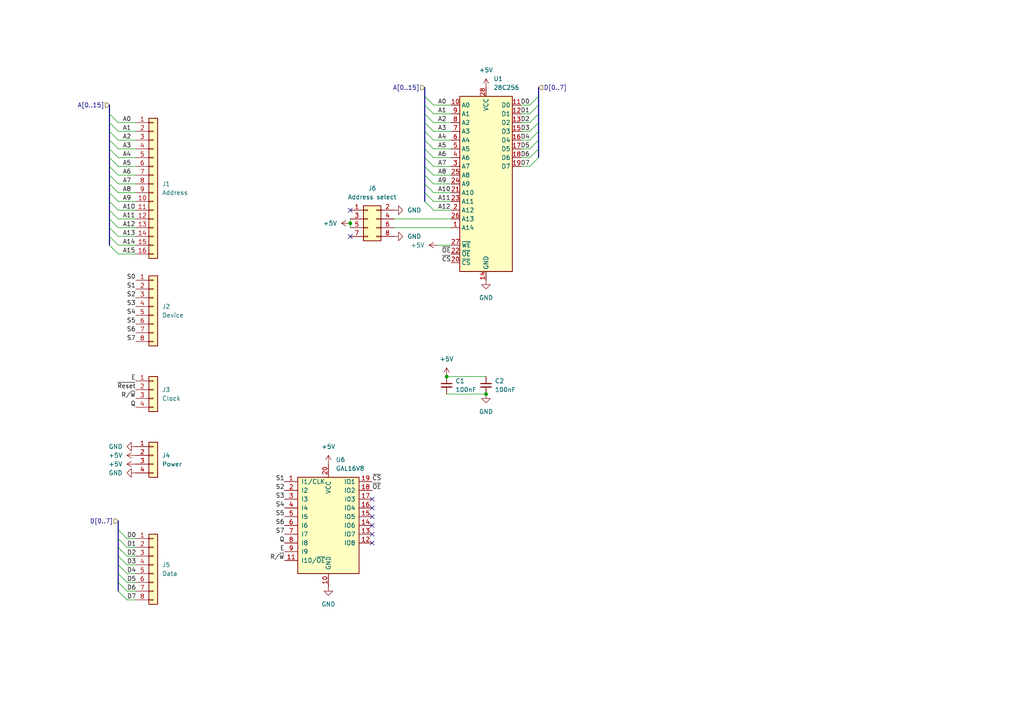
<source format=kicad_sch>
(kicad_sch (version 20250114) (generator "eeschema") (generator_version "9.0")
  (paper "A4")
  (lib_symbols
    (symbol "Connector_Generic:Conn_01x04" (pin_names (offset 1.016) (hide yes))
      (property "Reference" "J" (at 0 5.08 0))
      (property "Value" "Conn_01x04" (at 0 -7.62 0))
      (symbol "Conn_01x04_1_1"
        (rectangle (start -1.27 3.81) (end 1.27 -6.35) (stroke (width 0.254)) (fill (type background)))
        (rectangle (start -1.27 2.667) (end 0 2.413) (stroke (width 0.1524)))
        (rectangle (start -1.27 0.127) (end 0 -0.127) (stroke (width 0.1524)))
        (rectangle (start -1.27 -2.413) (end 0 -2.667) (stroke (width 0.1524)))
        (rectangle (start -1.27 -4.953) (end 0 -5.207) (stroke (width 0.1524)))
        (pin passive line (at -5.08 2.54 0) (length 3.81) (name "Pin_1") (number "1"))
        (pin passive line (at -5.08 0 0) (length 3.81) (name "Pin_2") (number "2"))
        (pin passive line (at -5.08 -2.54 0) (length 3.81) (name "Pin_3") (number "3"))
        (pin passive line (at -5.08 -5.08 0) (length 3.81) (name "Pin_4") (number "4"))
      )
    )
    (symbol "Connector_Generic:Conn_01x08" (pin_names (offset 1.016) (hide yes))
      (property "Reference" "J" (at 0 10.16 0))
      (property "Value" "Conn_01x08" (at 0 -12.7 0))
      (symbol "Conn_01x08_1_1"
        (rectangle (start -1.27 8.89) (end 1.27 -11.43) (stroke (width 0.254)) (fill (type background)))
        (rectangle (start -1.27 7.747) (end 0 7.493) (stroke (width 0.1524)))
        (rectangle (start -1.27 5.207) (end 0 4.953) (stroke (width 0.1524)))
        (rectangle (start -1.27 2.667) (end 0 2.413) (stroke (width 0.1524)))
        (rectangle (start -1.27 0.127) (end 0 -0.127) (stroke (width 0.1524)))
        (rectangle (start -1.27 -2.413) (end 0 -2.667) (stroke (width 0.1524)))
        (rectangle (start -1.27 -4.953) (end 0 -5.207) (stroke (width 0.1524)))
        (rectangle (start -1.27 -7.493) (end 0 -7.747) (stroke (width 0.1524)))
        (rectangle (start -1.27 -10.033) (end 0 -10.287) (stroke (width 0.1524)))
        (pin passive line (at -5.08 7.62 0) (length 3.81) (name "Pin_1") (number "1"))
        (pin passive line (at -5.08 5.08 0) (length 3.81) (name "Pin_2") (number "2"))
        (pin passive line (at -5.08 2.54 0) (length 3.81) (name "Pin_3") (number "3"))
        (pin passive line (at -5.08 0 0) (length 3.81) (name "Pin_4") (number "4"))
        (pin passive line (at -5.08 -2.54 0) (length 3.81) (name "Pin_5") (number "5"))
        (pin passive line (at -5.08 -5.08 0) (length 3.81) (name "Pin_6") (number "6"))
        (pin passive line (at -5.08 -7.62 0) (length 3.81) (name "Pin_7") (number "7"))
        (pin passive line (at -5.08 -10.16 0) (length 3.81) (name "Pin_8") (number "8"))
      )
    )
    (symbol "Connector_Generic:Conn_01x16" (pin_names (offset 1.016) (hide yes))
      (property "Reference" "J" (at 0 20.32 0))
      (property "Value" "Conn_01x16" (at 0 -22.86 0))
      (symbol "Conn_01x16_1_1"
        (rectangle (start -1.27 19.05) (end 1.27 -21.59) (stroke (width 0.254)) (fill (type background)))
        (rectangle (start -1.27 17.907) (end 0 17.653) (stroke (width 0.1524)))
        (rectangle (start -1.27 15.367) (end 0 15.113) (stroke (width 0.1524)))
        (rectangle (start -1.27 12.827) (end 0 12.573) (stroke (width 0.1524)))
        (rectangle (start -1.27 10.287) (end 0 10.033) (stroke (width 0.1524)))
        (rectangle (start -1.27 7.747) (end 0 7.493) (stroke (width 0.1524)))
        (rectangle (start -1.27 5.207) (end 0 4.953) (stroke (width 0.1524)))
        (rectangle (start -1.27 2.667) (end 0 2.413) (stroke (width 0.1524)))
        (rectangle (start -1.27 0.127) (end 0 -0.127) (stroke (width 0.1524)))
        (rectangle (start -1.27 -2.413) (end 0 -2.667) (stroke (width 0.1524)))
        (rectangle (start -1.27 -4.953) (end 0 -5.207) (stroke (width 0.1524)))
        (rectangle (start -1.27 -7.493) (end 0 -7.747) (stroke (width 0.1524)))
        (rectangle (start -1.27 -10.033) (end 0 -10.287) (stroke (width 0.1524)))
        (rectangle (start -1.27 -12.573) (end 0 -12.827) (stroke (width 0.1524)))
        (rectangle (start -1.27 -15.113) (end 0 -15.367) (stroke (width 0.1524)))
        (rectangle (start -1.27 -17.653) (end 0 -17.907) (stroke (width 0.1524)))
        (rectangle (start -1.27 -20.193) (end 0 -20.447) (stroke (width 0.1524)))
        (pin passive line (at -5.08 17.78 0) (length 3.81) (name "Pin_1") (number "1"))
        (pin passive line (at -5.08 15.24 0) (length 3.81) (name "Pin_2") (number "2"))
        (pin passive line (at -5.08 12.7 0) (length 3.81) (name "Pin_3") (number "3"))
        (pin passive line (at -5.08 10.16 0) (length 3.81) (name "Pin_4") (number "4"))
        (pin passive line (at -5.08 7.62 0) (length 3.81) (name "Pin_5") (number "5"))
        (pin passive line (at -5.08 5.08 0) (length 3.81) (name "Pin_6") (number "6"))
        (pin passive line (at -5.08 2.54 0) (length 3.81) (name "Pin_7") (number "7"))
        (pin passive line (at -5.08 0 0) (length 3.81) (name "Pin_8") (number "8"))
        (pin passive line (at -5.08 -2.54 0) (length 3.81) (name "Pin_9") (number "9"))
        (pin passive line (at -5.08 -5.08 0) (length 3.81) (name "Pin_10") (number "10"))
        (pin passive line (at -5.08 -7.62 0) (length 3.81) (name "Pin_11") (number "11"))
        (pin passive line (at -5.08 -10.16 0) (length 3.81) (name "Pin_12") (number "12"))
        (pin passive line (at -5.08 -12.7 0) (length 3.81) (name "Pin_13") (number "13"))
        (pin passive line (at -5.08 -15.24 0) (length 3.81) (name "Pin_14") (number "14"))
        (pin passive line (at -5.08 -17.78 0) (length 3.81) (name "Pin_15") (number "15"))
        (pin passive line (at -5.08 -20.32 0) (length 3.81) (name "Pin_16") (number "16"))
      )
    )
    (symbol "Connector_Generic:Conn_02x04_Odd_Even" (pin_names (offset 1.016) (hide yes))
      (property "Reference" "J" (at 1.27 5.08 0))
      (property "Value" "Conn_02x04_Odd_Even" (at 1.27 -7.62 0))
      (symbol "Conn_02x04_Odd_Even_1_1"
        (rectangle (start -1.27 3.81) (end 3.81 -6.35) (stroke (width 0.254)) (fill (type background)))
        (rectangle (start -1.27 2.667) (end 0 2.413) (stroke (width 0.1524)))
        (rectangle (start -1.27 0.127) (end 0 -0.127) (stroke (width 0.1524)))
        (rectangle (start -1.27 -2.413) (end 0 -2.667) (stroke (width 0.1524)))
        (rectangle (start -1.27 -4.953) (end 0 -5.207) (stroke (width 0.1524)))
        (rectangle (start 3.81 2.667) (end 2.54 2.413) (stroke (width 0.1524)))
        (rectangle (start 3.81 0.127) (end 2.54 -0.127) (stroke (width 0.1524)))
        (rectangle (start 3.81 -2.413) (end 2.54 -2.667) (stroke (width 0.1524)))
        (rectangle (start 3.81 -4.953) (end 2.54 -5.207) (stroke (width 0.1524)))
        (pin passive line (at -5.08 2.54 0) (length 3.81) (name "Pin_1") (number "1"))
        (pin passive line (at -5.08 0 0) (length 3.81) (name "Pin_3") (number "3"))
        (pin passive line (at -5.08 -2.54 0) (length 3.81) (name "Pin_5") (number "5"))
        (pin passive line (at -5.08 -5.08 0) (length 3.81) (name "Pin_7") (number "7"))
        (pin passive line (at 7.62 2.54 180) (length 3.81) (name "Pin_2") (number "2"))
        (pin passive line (at 7.62 0 180) (length 3.81) (name "Pin_4") (number "4"))
        (pin passive line (at 7.62 -2.54 180) (length 3.81) (name "Pin_6") (number "6"))
        (pin passive line (at 7.62 -5.08 180) (length 3.81) (name "Pin_8") (number "8"))
      )
    )
    (symbol "Device:C_Small" (pin_numbers (hide yes)) (pin_names (offset 0.254) (hide yes))
      (property "Reference" "C" (at 0.254 1.778 0))
      (property "Value" "C_Small" (at 0.254 -2.032 0))
      (symbol "C_Small_0_1"
        (polyline (pts (xy -1.524 0.508) (xy 1.524 0.508)) (stroke (width 0.3048)))
        (polyline (pts (xy -1.524 -0.508) (xy 1.524 -0.508)) (stroke (width 0.3302)))
      )
      (symbol "C_Small_1_1"
        (pin passive line (at 0 2.54 270) (length 2.032) (name "~") (number "1"))
        (pin passive line (at 0 -2.54 90) (length 2.032) (name "~") (number "2"))
      )
    )
    (symbol "Logic_Programmable:GAL16V8" (pin_names (offset 1.016))
      (property "Reference" "U" (at -8.89 16.51 0))
      (property "Value" "GAL16V8" (at 1.27 16.51 0))
      (symbol "GAL16V8_0_0"
        (pin power_in line (at 0 17.78 270) (length 3.81) (name "VCC") (number "20"))
        (pin power_in line (at 0 -17.78 90) (length 3.81) (name "GND") (number "10"))
      )
      (symbol "GAL16V8_0_1"
        (rectangle (start -8.89 13.97) (end 8.89 -13.97) (stroke (width 0.254)) (fill (type background)))
      )
      (symbol "GAL16V8_1_1"
        (pin input line (at -12.7 12.7 0) (length 3.81) (name "I1/CLK") (number "1"))
        (pin input line (at -12.7 10.16 0) (length 3.81) (name "I2") (number "2"))
        (pin input line (at -12.7 7.62 0) (length 3.81) (name "I3") (number "3"))
        (pin input line (at -12.7 5.08 0) (length 3.81) (name "I4") (number "4"))
        (pin input line (at -12.7 2.54 0) (length 3.81) (name "I5") (number "5"))
        (pin input line (at -12.7 0 0) (length 3.81) (name "I6") (number "6"))
        (pin input line (at -12.7 -2.54 0) (length 3.81) (name "I7") (number "7"))
        (pin input line (at -12.7 -5.08 0) (length 3.81) (name "I8") (number "8"))
        (pin input line (at -12.7 -7.62 0) (length 3.81) (name "I9") (number "9"))
        (pin input line (at -12.7 -10.16 0) (length 3.81) (name "I10/~{OE}") (number "11"))
        (pin tri_state line (at 12.7 12.7 180) (length 3.81) (name "IO1") (number "19"))
        (pin tri_state line (at 12.7 10.16 180) (length 3.81) (name "IO2") (number "18"))
        (pin tri_state line (at 12.7 7.62 180) (length 3.81) (name "I03") (number "17"))
        (pin tri_state line (at 12.7 5.08 180) (length 3.81) (name "IO4") (number "16"))
        (pin tri_state line (at 12.7 2.54 180) (length 3.81) (name "IO5") (number "15"))
        (pin tri_state line (at 12.7 0 180) (length 3.81) (name "IO6") (number "14"))
        (pin tri_state line (at 12.7 -2.54 180) (length 3.81) (name "IO7") (number "13"))
        (pin tri_state line (at 12.7 -5.08 180) (length 3.81) (name "IO8") (number "12"))
      )
    )
    (symbol "Memory_EEPROM:28C256"
      (property "Reference" "U" (at -7.62 26.67 0))
      (property "Value" "28C256" (at 2.54 -26.67 0))
      (symbol "28C256_1_1"
        (rectangle (start -7.62 25.4) (end 7.62 -25.4) (stroke (width 0.254)) (fill (type background)))
        (pin input line (at -10.16 22.86 0) (length 2.54) (name "A0") (number "10"))
        (pin input line (at -10.16 20.32 0) (length 2.54) (name "A1") (number "9"))
        (pin input line (at -10.16 17.78 0) (length 2.54) (name "A2") (number "8"))
        (pin input line (at -10.16 15.24 0) (length 2.54) (name "A3") (number "7"))
        (pin input line (at -10.16 12.7 0) (length 2.54) (name "A4") (number "6"))
        (pin input line (at -10.16 10.16 0) (length 2.54) (name "A5") (number "5"))
        (pin input line (at -10.16 7.62 0) (length 2.54) (name "A6") (number "4"))
        (pin input line (at -10.16 5.08 0) (length 2.54) (name "A7") (number "3"))
        (pin input line (at -10.16 2.54 0) (length 2.54) (name "A8") (number "25"))
        (pin input line (at -10.16 0 0) (length 2.54) (name "A9") (number "24"))
        (pin input line (at -10.16 -2.54 0) (length 2.54) (name "A10") (number "21"))
        (pin input line (at -10.16 -5.08 0) (length 2.54) (name "A11") (number "23"))
        (pin input line (at -10.16 -7.62 0) (length 2.54) (name "A12") (number "2"))
        (pin input line (at -10.16 -10.16 0) (length 2.54) (name "A13") (number "26"))
        (pin input line (at -10.16 -12.7 0) (length 2.54) (name "A14") (number "1"))
        (pin input line (at -10.16 -17.78 0) (length 2.54) (name "~{WE}") (number "27"))
        (pin input line (at -10.16 -20.32 0) (length 2.54) (name "~{OE}") (number "22"))
        (pin input line (at -10.16 -22.86 0) (length 2.54) (name "~{CS}") (number "20"))
        (pin power_in line (at 0 27.94 270) (length 2.54) (name "VCC") (number "28"))
        (pin power_in line (at 0 -27.94 90) (length 2.54) (name "GND") (number "14"))
        (pin tri_state line (at 10.16 22.86 180) (length 2.54) (name "D0") (number "11"))
        (pin tri_state line (at 10.16 20.32 180) (length 2.54) (name "D1") (number "12"))
        (pin tri_state line (at 10.16 17.78 180) (length 2.54) (name "D2") (number "13"))
        (pin tri_state line (at 10.16 15.24 180) (length 2.54) (name "D3") (number "15"))
        (pin tri_state line (at 10.16 12.7 180) (length 2.54) (name "D4") (number "16"))
        (pin tri_state line (at 10.16 10.16 180) (length 2.54) (name "D5") (number "17"))
        (pin tri_state line (at 10.16 7.62 180) (length 2.54) (name "D6") (number "18"))
        (pin tri_state line (at 10.16 5.08 180) (length 2.54) (name "D7") (number "19"))
      )
    )
    (symbol "power:+5V" (power) (pin_numbers (hide yes)) (pin_names (offset 0) (hide yes))
      (property "Value" "+5V" (at 0 3.556 0))
      (symbol "+5V_0_1"
        (polyline (pts (xy -0.762 1.27) (xy 0 2.54)))
        (polyline (pts (xy 0 2.54) (xy 0.762 1.27)))
        (polyline (pts (xy 0 0) (xy 0 2.54)))
      )
      (symbol "+5V_1_1"
        (pin power_in line (at 0 0 90) (length 0) (name "~") (number "1"))
      )
    )
    (symbol "power:GND" (power) (pin_numbers (hide yes)) (pin_names (offset 0) (hide yes))
      (property "Value" "GND" (at 0 -3.81 0))
      (symbol "GND_0_1"
        (polyline (pts (xy 0 0) (xy 0 -1.27) (xy 1.27 -1.27) (xy 0 -2.54) (xy -1.27 -1.27) (xy 0 -1.27)))
      )
      (symbol "GND_1_1"
        (pin power_in line (at 0 0 270) (length 0) (name "~") (number "1"))
      )
    )
  )
  (junction (at 129.54 109.22))
  (junction (at 101.6 64.77))
  (junction (at 140.97 114.3))
  (no_connect (at 107.95 152.4))
  (no_connect (at 101.6 60.96))
  (no_connect (at 107.95 154.94))
  (no_connect (at 107.95 144.78))
  (no_connect (at 107.95 149.86))
  (no_connect (at 107.95 147.32))
  (no_connect (at 107.95 157.48))
  (no_connect (at 101.6 68.58))
  (bus_entry (at 34.29 158.75) (size 2.54 2.54))
  (bus_entry (at 31.75 71.12) (size 2.54 2.54))
  (bus_entry (at 156.21 30.48) (size -2.54 2.54))
  (bus_entry (at 123.19 53.34) (size 2.54 2.54))
  (bus_entry (at 31.75 43.18) (size 2.54 2.54))
  (bus_entry (at 31.75 33.02) (size 2.54 2.54))
  (bus_entry (at 156.21 45.72) (size -2.54 2.54))
  (bus_entry (at 31.75 63.5) (size 2.54 2.54))
  (bus_entry (at 31.75 50.8) (size 2.54 2.54))
  (bus_entry (at 31.75 40.64) (size 2.54 2.54))
  (bus_entry (at 123.19 35.56) (size 2.54 2.54))
  (bus_entry (at 31.75 66.04) (size 2.54 2.54))
  (bus_entry (at 123.19 48.26) (size 2.54 2.54))
  (bus_entry (at 31.75 58.42) (size 2.54 2.54))
  (bus_entry (at 156.21 35.56) (size -2.54 2.54))
  (bus_entry (at 156.21 33.02) (size -2.54 2.54))
  (bus_entry (at 123.19 38.1) (size 2.54 2.54))
  (bus_entry (at 123.19 33.02) (size 2.54 2.54))
  (bus_entry (at 156.21 38.1) (size -2.54 2.54))
  (bus_entry (at 123.19 58.42) (size 2.54 2.54))
  (bus_entry (at 123.19 55.88) (size 2.54 2.54))
  (bus_entry (at 31.75 45.72) (size 2.54 2.54))
  (bus_entry (at 31.75 60.96) (size 2.54 2.54))
  (bus_entry (at 156.21 43.18) (size -2.54 2.54))
  (bus_entry (at 156.21 27.94) (size -2.54 2.54))
  (bus_entry (at 34.29 168.91) (size 2.54 2.54))
  (bus_entry (at 123.19 43.18) (size 2.54 2.54))
  (bus_entry (at 123.19 30.48) (size 2.54 2.54))
  (bus_entry (at 34.29 153.67) (size 2.54 2.54))
  (bus_entry (at 31.75 38.1) (size 2.54 2.54))
  (bus_entry (at 34.29 171.45) (size 2.54 2.54))
  (bus_entry (at 31.75 68.58) (size 2.54 2.54))
  (bus_entry (at 34.29 161.29) (size 2.54 2.54))
  (bus_entry (at 123.19 27.94) (size 2.54 2.54))
  (bus_entry (at 31.75 55.88) (size 2.54 2.54))
  (bus_entry (at 34.29 163.83) (size 2.54 2.54))
  (bus_entry (at 123.19 50.8) (size 2.54 2.54))
  (bus_entry (at 31.75 35.56) (size 2.54 2.54))
  (bus_entry (at 34.29 156.21) (size 2.54 2.54))
  (bus_entry (at 34.29 166.37) (size 2.54 2.54))
  (bus_entry (at 31.75 48.26) (size 2.54 2.54))
  (bus_entry (at 123.19 40.64) (size 2.54 2.54))
  (bus_entry (at 123.19 45.72) (size 2.54 2.54))
  (bus_entry (at 31.75 53.34) (size 2.54 2.54))
  (bus_entry (at 156.21 40.64) (size -2.54 2.54))
  (bus (pts (xy 34.29 156.21) (xy 34.29 158.75)))
  (wire (pts (xy 130.81 38.1) (xy 125.73 38.1)))
  (wire (pts (xy 130.81 58.42) (xy 125.73 58.42)))
  (bus (pts (xy 156.21 30.48) (xy 156.21 33.02)))
  (wire (pts (xy 34.29 40.64) (xy 39.37 40.64)))
  (wire (pts (xy 125.73 35.56) (xy 130.81 35.56)))
  (bus (pts (xy 123.19 48.26) (xy 123.19 50.8)))
  (wire (pts (xy 39.37 68.58) (xy 34.29 68.58)))
  (wire (pts (xy 39.37 48.26) (xy 34.29 48.26)))
  (bus (pts (xy 156.21 40.64) (xy 156.21 43.18)))
  (bus (pts (xy 34.29 158.75) (xy 34.29 161.29)))
  (bus (pts (xy 156.21 33.02) (xy 156.21 35.56)))
  (bus (pts (xy 31.75 50.8) (xy 31.75 53.34)))
  (bus (pts (xy 31.75 38.1) (xy 31.75 40.64)))
  (wire (pts (xy 39.37 173.99) (xy 36.83 173.99)))
  (wire (pts (xy 125.73 60.96) (xy 130.81 60.96)))
  (wire (pts (xy 125.73 30.48) (xy 130.81 30.48)))
  (bus (pts (xy 123.19 30.48) (xy 123.19 33.02)))
  (bus (pts (xy 123.19 25.4) (xy 123.19 27.94)))
  (wire (pts (xy 101.6 63.5) (xy 101.6 64.77)))
  (wire (pts (xy 36.83 161.29) (xy 39.37 161.29)))
  (wire (pts (xy 34.29 58.42) (xy 39.37 58.42)))
  (wire (pts (xy 34.29 50.8) (xy 39.37 50.8)))
  (wire (pts (xy 151.13 48.26) (xy 153.67 48.26)))
  (wire (pts (xy 129.54 109.22) (xy 140.97 109.22)))
  (wire (pts (xy 125.73 45.72) (xy 130.81 45.72)))
  (wire (pts (xy 39.37 158.75) (xy 36.83 158.75)))
  (wire (pts (xy 34.29 66.04) (xy 39.37 66.04)))
  (wire (pts (xy 151.13 38.1) (xy 153.67 38.1)))
  (bus (pts (xy 31.75 68.58) (xy 31.75 71.12)))
  (bus (pts (xy 31.75 60.96) (xy 31.75 63.5)))
  (bus (pts (xy 156.21 35.56) (xy 156.21 38.1)))
  (wire (pts (xy 114.3 63.5) (xy 130.81 63.5)))
  (wire (pts (xy 153.67 40.64) (xy 151.13 40.64)))
  (bus (pts (xy 31.75 55.88) (xy 31.75 58.42)))
  (bus (pts (xy 31.75 53.34) (xy 31.75 55.88)))
  (bus (pts (xy 123.19 43.18) (xy 123.19 45.72)))
  (bus (pts (xy 31.75 58.42) (xy 31.75 60.96)))
  (bus (pts (xy 31.75 30.48) (xy 31.75 33.02)))
  (bus (pts (xy 123.19 45.72) (xy 123.19 48.26)))
  (bus (pts (xy 123.19 33.02) (xy 123.19 35.56)))
  (bus (pts (xy 123.19 27.94) (xy 123.19 30.48)))
  (bus (pts (xy 34.29 161.29) (xy 34.29 163.83)))
  (wire (pts (xy 130.81 43.18) (xy 125.73 43.18)))
  (wire (pts (xy 125.73 53.34) (xy 130.81 53.34)))
  (bus (pts (xy 34.29 151.13) (xy 34.29 153.67)))
  (bus (pts (xy 31.75 63.5) (xy 31.75 66.04)))
  (wire (pts (xy 39.37 168.91) (xy 36.83 168.91)))
  (wire (pts (xy 151.13 33.02) (xy 153.67 33.02)))
  (wire (pts (xy 34.29 35.56) (xy 39.37 35.56)))
  (bus (pts (xy 156.21 27.94) (xy 156.21 30.48)))
  (wire (pts (xy 130.81 33.02) (xy 125.73 33.02)))
  (wire (pts (xy 101.6 64.77) (xy 101.6 66.04)))
  (wire (pts (xy 39.37 73.66) (xy 34.29 73.66)))
  (bus (pts (xy 156.21 38.1) (xy 156.21 40.64)))
  (wire (pts (xy 129.54 114.3) (xy 140.97 114.3)))
  (bus (pts (xy 123.19 50.8) (xy 123.19 53.34)))
  (wire (pts (xy 34.29 55.88) (xy 39.37 55.88)))
  (wire (pts (xy 125.73 50.8) (xy 130.81 50.8)))
  (wire (pts (xy 39.37 63.5) (xy 34.29 63.5)))
  (bus (pts (xy 31.75 45.72) (xy 31.75 48.26)))
  (bus (pts (xy 31.75 66.04) (xy 31.75 68.58)))
  (wire (pts (xy 36.83 156.21) (xy 39.37 156.21)))
  (wire (pts (xy 114.3 66.04) (xy 130.81 66.04)))
  (bus (pts (xy 156.21 25.4) (xy 156.21 27.94)))
  (wire (pts (xy 153.67 45.72) (xy 151.13 45.72)))
  (bus (pts (xy 31.75 35.56) (xy 31.75 38.1)))
  (wire (pts (xy 125.73 55.88) (xy 130.81 55.88)))
  (wire (pts (xy 39.37 53.34) (xy 34.29 53.34)))
  (wire (pts (xy 151.13 43.18) (xy 153.67 43.18)))
  (bus (pts (xy 123.19 55.88) (xy 123.19 58.42)))
  (wire (pts (xy 34.29 60.96) (xy 39.37 60.96)))
  (bus (pts (xy 156.21 43.18) (xy 156.21 45.72)))
  (wire (pts (xy 125.73 40.64) (xy 130.81 40.64)))
  (wire (pts (xy 153.67 30.48) (xy 151.13 30.48)))
  (bus (pts (xy 31.75 40.64) (xy 31.75 43.18)))
  (wire (pts (xy 39.37 43.18) (xy 34.29 43.18)))
  (wire (pts (xy 34.29 71.12) (xy 39.37 71.12)))
  (bus (pts (xy 123.19 38.1) (xy 123.19 40.64)))
  (bus (pts (xy 123.19 35.56) (xy 123.19 38.1)))
  (wire (pts (xy 36.83 171.45) (xy 39.37 171.45)))
  (bus (pts (xy 34.29 163.83) (xy 34.29 166.37)))
  (bus (pts (xy 34.29 153.67) (xy 34.29 156.21)))
  (bus (pts (xy 31.75 33.02) (xy 31.75 35.56)))
  (bus (pts (xy 34.29 168.91) (xy 34.29 171.45)))
  (wire (pts (xy 153.67 35.56) (xy 151.13 35.56)))
  (bus (pts (xy 31.75 43.18) (xy 31.75 45.72)))
  (wire (pts (xy 130.81 48.26) (xy 125.73 48.26)))
  (wire (pts (xy 39.37 38.1) (xy 34.29 38.1)))
  (wire (pts (xy 36.83 166.37) (xy 39.37 166.37)))
  (bus (pts (xy 123.19 40.64) (xy 123.19 43.18)))
  (wire (pts (xy 39.37 163.83) (xy 36.83 163.83)))
  (bus (pts (xy 123.19 53.34) (xy 123.19 55.88)))
  (wire (pts (xy 127 71.12) (xy 130.81 71.12)))
  (bus (pts (xy 31.75 48.26) (xy 31.75 50.8)))
  (bus (pts (xy 34.29 166.37) (xy 34.29 168.91)))
  (wire (pts (xy 34.29 45.72) (xy 39.37 45.72)))
  (label "~{OE}" (at 130.81 73.66 180))
  (label "A6" (at 127 45.72 0))
  (label "S3" (at 39.37 88.9 180))
  (label "A1" (at 127 33.02 0))
  (label "S3" (at 82.55 144.78 180))
  (label "A4" (at 127 40.64 0))
  (label "A4" (at 35.56 45.72 0))
  (label "D5" (at 153.67 43.18 180))
  (label "~{OE}" (at 107.95 142.24 0))
  (label "S7" (at 39.37 99.06 180))
  (label "D0" (at 153.67 30.48 180))
  (label "E" (at 82.55 160.02 180))
  (label "A7" (at 127 48.26 0))
  (label "A6" (at 35.56 50.8 0))
  (label "A1" (at 35.56 38.1 0))
  (label "D6" (at 153.67 45.72 180))
  (label "D0" (at 36.83 156.21 0))
  (label "D1" (at 153.67 33.02 180))
  (label "S7" (at 82.55 154.94 180))
  (label "A3" (at 35.56 43.18 0))
  (label "D6" (at 36.83 171.45 0))
  (label "E" (at 39.37 110.49 180))
  (label "R{slash}~{W}" (at 82.55 162.56 180))
  (label "Q" (at 39.37 118.11 180))
  (label "D4" (at 153.67 40.64 180))
  (label "A12" (at 35.56 66.04 0))
  (label "A14" (at 35.56 71.12 0))
  (label "D5" (at 36.83 168.91 0))
  (label "Q" (at 82.55 157.48 180))
  (label "A8" (at 127 50.8 0))
  (label "S1" (at 82.55 139.7 180))
  (label "A9" (at 35.56 58.42 0))
  (label "A10" (at 127 55.88 0))
  (label "A5" (at 127 43.18 0))
  (label "A0" (at 35.56 35.56 0))
  (label "A13" (at 35.56 68.58 0))
  (label "D3" (at 36.83 163.83 0))
  (label "S2" (at 39.37 86.36 180))
  (label "A11" (at 127 58.42 0))
  (label "A2" (at 127 35.56 0))
  (label "~{CS}" (at 107.95 139.7 0))
  (label "D4" (at 36.83 166.37 0))
  (label "R{slash}~{W}" (at 39.37 115.57 180))
  (label "D2" (at 153.67 35.56 180))
  (label "~{CS}" (at 130.81 76.2 180))
  (label "D7" (at 153.67 48.26 180))
  (label "D1" (at 36.83 158.75 0))
  (label "S2" (at 82.55 142.24 180))
  (label "A3" (at 127 38.1 0))
  (label "S5" (at 39.37 93.98 180))
  (label "S4" (at 82.55 147.32 180))
  (label "S0" (at 39.37 81.28 180))
  (label "S6" (at 39.37 96.52 180))
  (label "S1" (at 39.37 83.82 180))
  (label "D2" (at 36.83 161.29 0))
  (label "A8" (at 35.56 55.88 0))
  (label "A10" (at 35.56 60.96 0))
  (label "S6" (at 82.55 152.4 180))
  (label "D3" (at 153.67 38.1 180))
  (label "A15" (at 35.56 73.66 0))
  (label "S4" (at 39.37 91.44 180))
  (label "A12" (at 127 60.96 0))
  (label "A0" (at 127 30.48 0))
  (label "D7" (at 36.83 173.99 0))
  (label "A11" (at 35.56 63.5 0))
  (label "A9" (at 127 53.34 0))
  (label "A5" (at 35.56 48.26 0))
  (label "A2" (at 35.56 40.64 0))
  (label "~{Reset}" (at 39.37 113.03 180))
  (label "A7" (at 35.56 53.34 0))
  (label "S5" (at 82.55 149.86 180))
  (hierarchical_label "D[0..7]" (shape input) (at 156.21 25.4 0))
  (hierarchical_label "D[0..7]" (shape input) (at 34.29 151.13 180))
  (hierarchical_label "A[0..15]" (shape input) (at 123.19 25.4 180))
  (hierarchical_label "A[0..15]" (shape input) (at 31.75 30.48 180))
  (symbol (lib_id "Connector_Generic:Conn_01x16") (at 44.45 53.34 0) (unit 1)
    (property "Reference" "J1" (at 46.99 53.3399 0) (effects (justify left)))
    (property "Value" "Address" (at 46.99 55.8799 0) (effects (justify left)))
    (property "Footprint" "Connector_PinHeader_2.54mm:PinHeader_1x16_P2.54mm_Vertical" (effects (hide yes)))
    (property "Description" "Generic connector, single row, 01x16, script generated (kicad-library-utils/schlib/autogen/connector/)" (effects (hide yes)))
  )
  (symbol (lib_id "power:+5V") (at 39.37 134.62 90) (unit 1)
    (property "Reference" "#PWR012" (effects (hide yes)))
    (property "Value" "+5V" (at 35.56 134.6199 90) (effects (justify left)))
    (property "Description" "Power symbol creates a global label with name \"+5V\"" (effects (hide yes)))
  )
  (symbol (lib_id "power:GND") (at 39.37 129.54 270) (mirror x) (unit 1)
    (property "Reference" "#PWR050" (effects (hide yes)))
    (property "Value" "GND" (at 35.56 129.5401 90) (effects (justify right)))
    (property "Description" "Power symbol creates a global label with name \"GND\" , ground" (effects (hide yes)))
  )
  (symbol (lib_id "power:GND") (at 95.25 170.18 0) (unit 1)
    (property "Reference" "#PWR09" (effects (hide yes)))
    (property "Value" "GND" (at 95.25 175.26 0))
    (property "Description" "Power symbol creates a global label with name \"GND\" , ground" (effects (hide yes)))
  )
  (symbol (lib_id "Connector_Generic:Conn_02x04_Odd_Even") (at 106.68 63.5 0) (unit 1)
    (property "Reference" "J6" (at 107.95 54.61 0))
    (property "Value" "Address select" (at 107.95 57.15 0))
    (property "Footprint" "Connector_PinHeader_2.54mm:PinHeader_2x04_P2.54mm_Vertical" (effects (hide yes)))
    (property "Description" "Generic connector, double row, 02x04, odd/even pin numbering scheme (row 1 odd numbers, row 2 even numbers), script generated (kicad-library-utils/schlib/autogen/connector/)" (effects (hide yes)))
  )
  (symbol (lib_id "power:GND") (at 39.37 137.16 270) (unit 1)
    (property "Reference" "#PWR051" (effects (hide yes)))
    (property "Value" "GND" (at 35.56 137.1599 90) (effects (justify right)))
    (property "Description" "Power symbol creates a global label with name \"GND\" , ground" (effects (hide yes)))
  )
  (symbol (lib_id "Device:C_Small") (at 129.54 111.76 0) (unit 1)
    (property "Reference" "C1" (at 132.08 110.4962 0) (effects (justify left)))
    (property "Value" "100nF" (at 132.08 113.0362 0) (effects (justify left)))
    (property "Footprint" "Capacitor_SMD:C_0805_2012Metric" (effects (hide yes)))
    (property "Description" "Unpolarized capacitor, small symbol" (effects (hide yes)))
  )
  (symbol (lib_id "Device:C_Small") (at 140.97 111.76 0) (unit 1)
    (property "Reference" "C2" (at 143.51 110.4962 0) (effects (justify left)))
    (property "Value" "100nF" (at 143.51 113.0362 0) (effects (justify left)))
    (property "Footprint" "Capacitor_SMD:C_0805_2012Metric" (effects (hide yes)))
    (property "Description" "Unpolarized capacitor, small symbol" (effects (hide yes)))
  )
  (symbol (lib_id "Connector_Generic:Conn_01x08") (at 44.45 163.83 0) (unit 1)
    (property "Reference" "J5" (at 46.99 163.8299 0) (effects (justify left)))
    (property "Value" "Data" (at 46.99 166.3699 0) (effects (justify left)))
    (property "Footprint" "Connector_PinHeader_2.54mm:PinHeader_1x08_P2.54mm_Vertical" (effects (hide yes)))
    (property "Description" "Generic connector, single row, 01x08, script generated (kicad-library-utils/schlib/autogen/connector/)" (effects (hide yes)))
  )
  (symbol (lib_id "power:+5V") (at 140.97 25.4 0) (mirror y) (unit 1)
    (property "Reference" "#PWR016" (effects (hide yes)))
    (property "Value" "+5V" (at 140.97 20.32 0))
    (property "Description" "Power symbol creates a global label with name \"+5V\"" (effects (hide yes)))
  )
  (symbol (lib_id "power:GND") (at 140.97 81.28 0) (mirror y) (unit 1)
    (property "Reference" "#PWR054" (effects (hide yes)))
    (property "Value" "GND" (at 140.97 86.36 0))
    (property "Description" "Power symbol creates a global label with name \"GND\" , ground" (effects (hide yes)))
  )
  (symbol (lib_id "power:+5V") (at 129.54 109.22 0) (unit 1)
    (property "Reference" "#PWR011" (effects (hide yes)))
    (property "Value" "+5V" (at 129.54 104.14 0))
    (property "Description" "Power symbol creates a global label with name \"+5V\"" (effects (hide yes)))
  )
  (symbol (lib_id "Memory_EEPROM:28C256") (at 140.97 53.34 0) (unit 1)
    (property "Reference" "U1" (at 143.1133 22.86 0) (effects (justify left)))
    (property "Value" "28C256" (at 143.1133 25.4 0) (effects (justify left)))
    (property "Footprint" "Package_LCC:PLCC-28_THT-Socket" (effects (hide yes)))
    (property "Datasheet" "http://ww1.microchip.com/downloads/en/DeviceDoc/doc0006.pdf" (effects (hide yes)))
    (property "Description" "Paged Parallel EEPROM 256Kb (32K x 8), DIP-28/SOIC-28" (effects (hide yes)))
  )
  (symbol (lib_id "Logic_Programmable:GAL16V8") (at 95.25 152.4 0) (unit 1)
    (property "Reference" "U6" (at 97.3933 133.35 0) (effects (justify left)))
    (property "Value" "GAL16V8" (at 97.3933 135.89 0) (effects (justify left)))
    (property "Footprint" "Package_LCC:PLCC-20_THT-Socket" (effects (hide yes)))
    (property "Description" "Programmable Logic Array, DIP-20/SOIC-20/PLCC-20" (effects (hide yes)))
  )
  (symbol (lib_id "power:+5V") (at 127 71.12 90) (mirror x) (unit 1)
    (property "Reference" "#PWR015" (effects (hide yes)))
    (property "Value" "+5V" (at 123.19 71.1201 90) (effects (justify left)))
    (property "Description" "Power symbol creates a global label with name \"+5V\"" (effects (hide yes)))
  )
  (symbol (lib_id "Connector_Generic:Conn_01x04") (at 44.45 113.03 0) (unit 1)
    (property "Reference" "J3" (at 46.99 113.0299 0) (effects (justify left)))
    (property "Value" "Clock" (at 46.99 115.5699 0) (effects (justify left)))
    (property "Footprint" "Connector_PinHeader_2.54mm:PinHeader_1x04_P2.54mm_Vertical" (effects (hide yes)))
    (property "Description" "Generic connector, single row, 01x04, script generated (kicad-library-utils/schlib/autogen/connector/)" (effects (hide yes)))
  )
  (symbol (lib_id "power:+5V") (at 101.6 64.77 90) (mirror x) (unit 1)
    (property "Reference" "#PWR017" (effects (hide yes)))
    (property "Value" "+5V" (at 97.79 64.7701 90) (effects (justify left)))
    (property "Description" "Power symbol creates a global label with name \"+5V\"" (effects (hide yes)))
  )
  (symbol (lib_id "power:GND") (at 140.97 114.3 0) (unit 1)
    (property "Reference" "#PWR014" (effects (hide yes)))
    (property "Value" "GND" (at 140.97 119.38 0))
    (property "Description" "Power symbol creates a global label with name \"GND\" , ground" (effects (hide yes)))
  )
  (symbol (lib_id "Connector_Generic:Conn_01x08") (at 44.45 88.9 0) (unit 1)
    (property "Reference" "J2" (at 46.99 88.8999 0) (effects (justify left)))
    (property "Value" "Device" (at 46.99 91.4399 0) (effects (justify left)))
    (property "Footprint" "Connector_PinHeader_2.54mm:PinHeader_1x08_P2.54mm_Vertical" (effects (hide yes)))
    (property "Description" "Generic connector, single row, 01x08, script generated (kicad-library-utils/schlib/autogen/connector/)" (effects (hide yes)))
  )
  (symbol (lib_id "power:+5V") (at 39.37 132.08 90) (mirror x) (unit 1)
    (property "Reference" "#PWR013" (effects (hide yes)))
    (property "Value" "+5V" (at 35.56 132.0801 90) (effects (justify left)))
    (property "Description" "Power symbol creates a global label with name \"+5V\"" (effects (hide yes)))
  )
  (symbol (lib_id "power:+5V") (at 95.25 134.62 0) (unit 1)
    (property "Reference" "#PWR010" (effects (hide yes)))
    (property "Value" "+5V" (at 95.25 129.54 0))
    (property "Description" "Power symbol creates a global label with name \"+5V\"" (effects (hide yes)))
  )
  (symbol (lib_id "Connector_Generic:Conn_01x04") (at 44.45 132.08 0) (unit 1)
    (property "Reference" "J4" (at 46.99 132.0799 0) (effects (justify left)))
    (property "Value" "Power" (at 46.99 134.6199 0) (effects (justify left)))
    (property "Footprint" "Connector_PinHeader_2.54mm:PinHeader_1x04_P2.54mm_Vertical" (effects (hide yes)))
    (property "Description" "Generic connector, single row, 01x04, script generated (kicad-library-utils/schlib/autogen/connector/)" (effects (hide yes)))
  )
  (symbol (lib_id "power:GND") (at 114.3 68.58 90) (mirror x) (unit 1)
    (property "Reference" "#PWR055" (effects (hide yes)))
    (property "Value" "GND" (at 118.11 68.5799 90) (effects (justify right)))
    (property "Description" "Power symbol creates a global label with name \"GND\" , ground" (effects (hide yes)))
  )
  (symbol (lib_id "power:GND") (at 114.3 60.96 90) (mirror x) (unit 1)
    (property "Reference" "#PWR056" (effects (hide yes)))
    (property "Value" "GND" (at 118.11 60.9599 90) (effects (justify right)))
    (property "Description" "Power symbol creates a global label with name \"GND\" , ground" (effects (hide yes)))
  )
)
</source>
